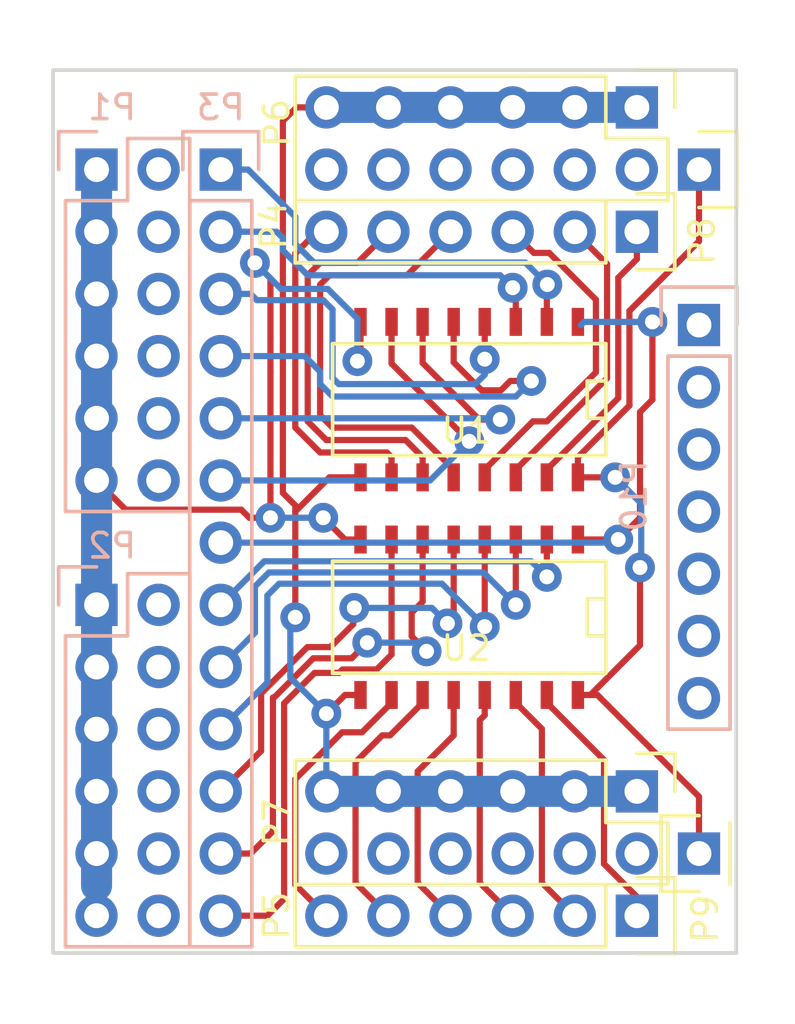
<source format=kicad_pcb>
(kicad_pcb (version 4) (host pcbnew 4.0.5)

  (general
    (links 55)
    (no_connects 15)
    (area 133.8438 89.514894 166.7382 131.512724)
    (thickness 1.6)
    (drawings 4)
    (tracks 269)
    (zones 0)
    (modules 12)
    (nets 60)
  )

  (page A4)
  (layers
    (0 F.Cu signal)
    (31 B.Cu signal)
    (32 B.Adhes user)
    (33 F.Adhes user)
    (34 B.Paste user)
    (35 F.Paste user)
    (36 B.SilkS user)
    (37 F.SilkS user)
    (38 B.Mask user)
    (39 F.Mask user)
    (40 Dwgs.User user)
    (41 Cmts.User user)
    (42 Eco1.User user)
    (43 Eco2.User user)
    (44 Edge.Cuts user)
    (45 Margin user)
    (46 B.CrtYd user)
    (47 F.CrtYd user)
    (48 B.Fab user)
    (49 F.Fab user)
  )

  (setup
    (last_trace_width 0.254)
    (trace_clearance 0.2032)
    (zone_clearance 0.508)
    (zone_45_only no)
    (trace_min 0.254)
    (segment_width 0.2)
    (edge_width 0.15)
    (via_size 1.2192)
    (via_drill 0.6096)
    (via_min_size 1.2192)
    (via_min_drill 0.3)
    (uvia_size 0.3)
    (uvia_drill 0.1)
    (uvias_allowed no)
    (uvia_min_size 0.2)
    (uvia_min_drill 0.1)
    (pcb_text_width 0.3)
    (pcb_text_size 1.5 1.5)
    (mod_edge_width 0.15)
    (mod_text_size 1 1)
    (mod_text_width 0.15)
    (pad_size 1.7272 1.7272)
    (pad_drill 1.016)
    (pad_to_mask_clearance 0.2)
    (aux_axis_origin 0 0)
    (visible_elements FFFFFF7F)
    (pcbplotparams
      (layerselection 0x00030_80000001)
      (usegerberextensions false)
      (excludeedgelayer true)
      (linewidth 0.100000)
      (plotframeref false)
      (viasonmask false)
      (mode 1)
      (useauxorigin false)
      (hpglpennumber 1)
      (hpglpenspeed 20)
      (hpglpendiameter 15)
      (hpglpenoverlay 2)
      (psnegative false)
      (psa4output false)
      (plotreference true)
      (plotvalue true)
      (plotinvisibletext false)
      (padsonsilk false)
      (subtractmaskfromsilk false)
      (outputformat 1)
      (mirror false)
      (drillshape 1)
      (scaleselection 1)
      (outputdirectory ""))
  )

  (net 0 "")
  (net 1 "Net-(P1-Pad2)")
  (net 2 "Net-(P1-Pad4)")
  (net 3 "Net-(P1-Pad6)")
  (net 4 +5VD)
  (net 5 "Net-(P2-Pad8)")
  (net 6 "Net-(P2-Pad6)")
  (net 7 "Net-(P2-Pad4)")
  (net 8 "Net-(P2-Pad2)")
  (net 9 "Net-(P2-Pad10)")
  (net 10 "Net-(P2-Pad12)")
  (net 11 GNDD)
  (net 12 "Net-(P4-Pad1)")
  (net 13 GNDA)
  (net 14 "Net-(P4-Pad3)")
  (net 15 "Net-(P4-Pad5)")
  (net 16 "Net-(P5-Pad1)")
  (net 17 "Net-(P5-Pad2)")
  (net 18 "Net-(P5-Pad3)")
  (net 19 "Net-(P5-Pad4)")
  (net 20 "Net-(P5-Pad5)")
  (net 21 "Net-(P5-Pad6)")
  (net 22 +5VA)
  (net 23 "Net-(P6-Pad2)")
  (net 24 "Net-(P6-Pad4)")
  (net 25 "Net-(P6-Pad6)")
  (net 26 "Net-(P10-Pad1)")
  (net 27 "Net-(P10-Pad2)")
  (net 28 "Net-(P10-Pad3)")
  (net 29 "Net-(P10-Pad4)")
  (net 30 "Net-(P10-Pad5)")
  (net 31 "Net-(P10-Pad6)")
  (net 32 "Net-(P4-Pad2)")
  (net 33 "Net-(P4-Pad4)")
  (net 34 "Net-(P4-Pad6)")
  (net 35 "Net-(P7-Pad2)")
  (net 36 "Net-(P7-Pad4)")
  (net 37 "Net-(P7-Pad6)")
  (net 38 "Net-(P7-Pad8)")
  (net 39 "Net-(P7-Pad10)")
  (net 40 "Net-(P7-Pad12)")
  (net 41 "Net-(P1-Pad8)")
  (net 42 "Net-(P1-Pad10)")
  (net 43 "Net-(P1-Pad12)")
  (net 44 "Net-(P3-Pad1)")
  (net 45 "Net-(P3-Pad2)")
  (net 46 "Net-(P3-Pad3)")
  (net 47 "Net-(P3-Pad4)")
  (net 48 "Net-(P3-Pad5)")
  (net 49 "Net-(P3-Pad6)")
  (net 50 "Net-(P3-Pad8)")
  (net 51 "Net-(P3-Pad9)")
  (net 52 "Net-(P3-Pad10)")
  (net 53 "Net-(P3-Pad11)")
  (net 54 "Net-(P3-Pad12)")
  (net 55 "Net-(P3-Pad13)")
  (net 56 "Net-(P6-Pad8)")
  (net 57 "Net-(P6-Pad10)")
  (net 58 "Net-(P6-Pad12)")
  (net 59 "Net-(P10-Pad7)")

  (net_class Default "This is the default net class."
    (clearance 0.2032)
    (trace_width 0.254)
    (via_dia 1.2192)
    (via_drill 0.6096)
    (uvia_dia 0.3)
    (uvia_drill 0.1)
    (add_net +5VA)
    (add_net +5VD)
    (add_net GNDA)
    (add_net GNDD)
    (add_net "Net-(P1-Pad10)")
    (add_net "Net-(P1-Pad12)")
    (add_net "Net-(P1-Pad2)")
    (add_net "Net-(P1-Pad4)")
    (add_net "Net-(P1-Pad6)")
    (add_net "Net-(P1-Pad8)")
    (add_net "Net-(P10-Pad1)")
    (add_net "Net-(P10-Pad2)")
    (add_net "Net-(P10-Pad3)")
    (add_net "Net-(P10-Pad4)")
    (add_net "Net-(P10-Pad5)")
    (add_net "Net-(P10-Pad6)")
    (add_net "Net-(P10-Pad7)")
    (add_net "Net-(P2-Pad10)")
    (add_net "Net-(P2-Pad12)")
    (add_net "Net-(P2-Pad2)")
    (add_net "Net-(P2-Pad4)")
    (add_net "Net-(P2-Pad6)")
    (add_net "Net-(P2-Pad8)")
    (add_net "Net-(P3-Pad1)")
    (add_net "Net-(P3-Pad10)")
    (add_net "Net-(P3-Pad11)")
    (add_net "Net-(P3-Pad12)")
    (add_net "Net-(P3-Pad13)")
    (add_net "Net-(P3-Pad2)")
    (add_net "Net-(P3-Pad3)")
    (add_net "Net-(P3-Pad4)")
    (add_net "Net-(P3-Pad5)")
    (add_net "Net-(P3-Pad6)")
    (add_net "Net-(P3-Pad8)")
    (add_net "Net-(P3-Pad9)")
    (add_net "Net-(P4-Pad1)")
    (add_net "Net-(P4-Pad2)")
    (add_net "Net-(P4-Pad3)")
    (add_net "Net-(P4-Pad4)")
    (add_net "Net-(P4-Pad5)")
    (add_net "Net-(P4-Pad6)")
    (add_net "Net-(P5-Pad1)")
    (add_net "Net-(P5-Pad2)")
    (add_net "Net-(P5-Pad3)")
    (add_net "Net-(P5-Pad4)")
    (add_net "Net-(P5-Pad5)")
    (add_net "Net-(P5-Pad6)")
    (add_net "Net-(P6-Pad10)")
    (add_net "Net-(P6-Pad12)")
    (add_net "Net-(P6-Pad2)")
    (add_net "Net-(P6-Pad4)")
    (add_net "Net-(P6-Pad6)")
    (add_net "Net-(P6-Pad8)")
    (add_net "Net-(P7-Pad10)")
    (add_net "Net-(P7-Pad12)")
    (add_net "Net-(P7-Pad2)")
    (add_net "Net-(P7-Pad4)")
    (add_net "Net-(P7-Pad6)")
    (add_net "Net-(P7-Pad8)")
  )

  (net_class Big ""
    (clearance 0.2032)
    (trace_width 1.27)
    (via_dia 1.2192)
    (via_drill 0.6096)
    (uvia_dia 0.3)
    (uvia_drill 0.1)
  )

  (module SMD_Packages:SO-16-N (layer F.Cu) (tedit 0) (tstamp 58BE061D)
    (at 153.162 105.918 180)
    (descr "Module CMS SOJ 16 pins large")
    (tags "CMS SOJ")
    (path /58BD70E7)
    (attr smd)
    (fp_text reference U1 (at 0.127 -1.27 180) (layer F.SilkS)
      (effects (font (size 1 1) (thickness 0.15)))
    )
    (fp_text value Si8660BA-B-IS1 (at 0 1.27 180) (layer F.Fab)
      (effects (font (size 1 1) (thickness 0.15)))
    )
    (fp_line (start -5.588 -0.762) (end -4.826 -0.762) (layer F.SilkS) (width 0.15))
    (fp_line (start -4.826 -0.762) (end -4.826 0.762) (layer F.SilkS) (width 0.15))
    (fp_line (start -4.826 0.762) (end -5.588 0.762) (layer F.SilkS) (width 0.15))
    (fp_line (start 5.588 -2.286) (end 5.588 2.286) (layer F.SilkS) (width 0.15))
    (fp_line (start 5.588 2.286) (end -5.588 2.286) (layer F.SilkS) (width 0.15))
    (fp_line (start -5.588 2.286) (end -5.588 -2.286) (layer F.SilkS) (width 0.15))
    (fp_line (start -5.588 -2.286) (end 5.588 -2.286) (layer F.SilkS) (width 0.15))
    (pad 16 smd rect (at -4.445 -3.175 180) (size 0.508 1.143) (layers F.Cu F.Paste F.Mask)
      (net 4 +5VD))
    (pad 14 smd rect (at -1.905 -3.175 180) (size 0.508 1.143) (layers F.Cu F.Paste F.Mask)
      (net 32 "Net-(P4-Pad2)"))
    (pad 13 smd rect (at -0.635 -3.175 180) (size 0.508 1.143) (layers F.Cu F.Paste F.Mask)
      (net 14 "Net-(P4-Pad3)"))
    (pad 12 smd rect (at 0.635 -3.175 180) (size 0.508 1.143) (layers F.Cu F.Paste F.Mask)
      (net 33 "Net-(P4-Pad4)"))
    (pad 11 smd rect (at 1.905 -3.175 180) (size 0.508 1.143) (layers F.Cu F.Paste F.Mask)
      (net 15 "Net-(P4-Pad5)"))
    (pad 10 smd rect (at 3.175 -3.175 180) (size 0.508 1.143) (layers F.Cu F.Paste F.Mask)
      (net 34 "Net-(P4-Pad6)"))
    (pad 9 smd rect (at 4.445 -3.175 180) (size 0.508 1.143) (layers F.Cu F.Paste F.Mask)
      (net 11 GNDD))
    (pad 8 smd rect (at 4.445 3.175 180) (size 0.508 1.143) (layers F.Cu F.Paste F.Mask)
      (net 13 GNDA))
    (pad 7 smd rect (at 3.175 3.175 180) (size 0.508 1.143) (layers F.Cu F.Paste F.Mask)
      (net 49 "Net-(P3-Pad6)"))
    (pad 6 smd rect (at 1.905 3.175 180) (size 0.508 1.143) (layers F.Cu F.Paste F.Mask)
      (net 48 "Net-(P3-Pad5)"))
    (pad 5 smd rect (at 0.635 3.175 180) (size 0.508 1.143) (layers F.Cu F.Paste F.Mask)
      (net 47 "Net-(P3-Pad4)"))
    (pad 4 smd rect (at -0.635 3.175 180) (size 0.508 1.143) (layers F.Cu F.Paste F.Mask)
      (net 46 "Net-(P3-Pad3)"))
    (pad 3 smd rect (at -1.905 3.175 180) (size 0.508 1.143) (layers F.Cu F.Paste F.Mask)
      (net 45 "Net-(P3-Pad2)"))
    (pad 2 smd rect (at -3.175 3.175 180) (size 0.508 1.143) (layers F.Cu F.Paste F.Mask)
      (net 44 "Net-(P3-Pad1)"))
    (pad 1 smd rect (at -4.445 3.175 180) (size 0.508 1.143) (layers F.Cu F.Paste F.Mask)
      (net 22 +5VA))
    (pad 15 smd rect (at -3.175 -3.175 180) (size 0.508 1.143) (layers F.Cu F.Paste F.Mask)
      (net 12 "Net-(P4-Pad1)"))
    (model SMD_Packages.3dshapes/SO-16-N.wrl
      (at (xyz 0 0 0))
      (scale (xyz 0.5 0.4 0.5))
      (rotate (xyz 0 0 0))
    )
  )

  (module SMD_Packages:SO-16-N (layer F.Cu) (tedit 0) (tstamp 58BE0638)
    (at 153.162 114.808 180)
    (descr "Module CMS SOJ 16 pins large")
    (tags "CMS SOJ")
    (path /58BD7124)
    (attr smd)
    (fp_text reference U2 (at 0.127 -1.27 180) (layer F.SilkS)
      (effects (font (size 1 1) (thickness 0.15)))
    )
    (fp_text value Si8660BA-B-IS1 (at 0 1.27 180) (layer F.Fab)
      (effects (font (size 1 1) (thickness 0.15)))
    )
    (fp_line (start -5.588 -0.762) (end -4.826 -0.762) (layer F.SilkS) (width 0.15))
    (fp_line (start -4.826 -0.762) (end -4.826 0.762) (layer F.SilkS) (width 0.15))
    (fp_line (start -4.826 0.762) (end -5.588 0.762) (layer F.SilkS) (width 0.15))
    (fp_line (start 5.588 -2.286) (end 5.588 2.286) (layer F.SilkS) (width 0.15))
    (fp_line (start 5.588 2.286) (end -5.588 2.286) (layer F.SilkS) (width 0.15))
    (fp_line (start -5.588 2.286) (end -5.588 -2.286) (layer F.SilkS) (width 0.15))
    (fp_line (start -5.588 -2.286) (end 5.588 -2.286) (layer F.SilkS) (width 0.15))
    (pad 16 smd rect (at -4.445 -3.175 180) (size 0.508 1.143) (layers F.Cu F.Paste F.Mask)
      (net 4 +5VD))
    (pad 14 smd rect (at -1.905 -3.175 180) (size 0.508 1.143) (layers F.Cu F.Paste F.Mask)
      (net 17 "Net-(P5-Pad2)"))
    (pad 13 smd rect (at -0.635 -3.175 180) (size 0.508 1.143) (layers F.Cu F.Paste F.Mask)
      (net 18 "Net-(P5-Pad3)"))
    (pad 12 smd rect (at 0.635 -3.175 180) (size 0.508 1.143) (layers F.Cu F.Paste F.Mask)
      (net 19 "Net-(P5-Pad4)"))
    (pad 11 smd rect (at 1.905 -3.175 180) (size 0.508 1.143) (layers F.Cu F.Paste F.Mask)
      (net 20 "Net-(P5-Pad5)"))
    (pad 10 smd rect (at 3.175 -3.175 180) (size 0.508 1.143) (layers F.Cu F.Paste F.Mask)
      (net 21 "Net-(P5-Pad6)"))
    (pad 9 smd rect (at 4.445 -3.175 180) (size 0.508 1.143) (layers F.Cu F.Paste F.Mask)
      (net 11 GNDD))
    (pad 8 smd rect (at 4.445 3.175 180) (size 0.508 1.143) (layers F.Cu F.Paste F.Mask)
      (net 13 GNDA))
    (pad 7 smd rect (at 3.175 3.175 180) (size 0.508 1.143) (layers F.Cu F.Paste F.Mask)
      (net 55 "Net-(P3-Pad13)"))
    (pad 6 smd rect (at 1.905 3.175 180) (size 0.508 1.143) (layers F.Cu F.Paste F.Mask)
      (net 54 "Net-(P3-Pad12)"))
    (pad 5 smd rect (at 0.635 3.175 180) (size 0.508 1.143) (layers F.Cu F.Paste F.Mask)
      (net 53 "Net-(P3-Pad11)"))
    (pad 4 smd rect (at -0.635 3.175 180) (size 0.508 1.143) (layers F.Cu F.Paste F.Mask)
      (net 52 "Net-(P3-Pad10)"))
    (pad 3 smd rect (at -1.905 3.175 180) (size 0.508 1.143) (layers F.Cu F.Paste F.Mask)
      (net 51 "Net-(P3-Pad9)"))
    (pad 2 smd rect (at -3.175 3.175 180) (size 0.508 1.143) (layers F.Cu F.Paste F.Mask)
      (net 50 "Net-(P3-Pad8)"))
    (pad 1 smd rect (at -4.445 3.175 180) (size 0.508 1.143) (layers F.Cu F.Paste F.Mask)
      (net 22 +5VA))
    (pad 15 smd rect (at -3.175 -3.175 180) (size 0.508 1.143) (layers F.Cu F.Paste F.Mask)
      (net 16 "Net-(P5-Pad1)"))
    (model SMD_Packages.3dshapes/SO-16-N.wrl
      (at (xyz 0 0 0))
      (scale (xyz 0.5 0.4 0.5))
      (rotate (xyz 0 0 0))
    )
  )

  (module Socket_Strips:Socket_Strip_Straight_2x06 (layer B.Cu) (tedit 58BE295F) (tstamp 58BE221B)
    (at 137.922 96.52 270)
    (descr "Through hole socket strip")
    (tags "socket strip")
    (path /58BD72FA)
    (fp_text reference P1 (at -2.54 -0.635 360) (layer B.SilkS)
      (effects (font (size 1 1) (thickness 0.15)) (justify mirror))
    )
    (fp_text value GND_IN_1 (at 0 3.1 270) (layer B.Fab)
      (effects (font (size 1 1) (thickness 0.15)) (justify mirror))
    )
    (fp_line (start -1.75 1.75) (end -1.75 -4.3) (layer B.CrtYd) (width 0.05))
    (fp_line (start 14.45 1.75) (end 14.45 -4.3) (layer B.CrtYd) (width 0.05))
    (fp_line (start -1.75 1.75) (end 14.45 1.75) (layer B.CrtYd) (width 0.05))
    (fp_line (start -1.75 -4.3) (end 14.45 -4.3) (layer B.CrtYd) (width 0.05))
    (fp_line (start 13.97 -3.81) (end -1.27 -3.81) (layer B.SilkS) (width 0.15))
    (fp_line (start 1.27 1.27) (end 13.97 1.27) (layer B.SilkS) (width 0.15))
    (fp_line (start 13.97 -3.81) (end 13.97 1.27) (layer B.SilkS) (width 0.15))
    (fp_line (start -1.27 -3.81) (end -1.27 -1.27) (layer B.SilkS) (width 0.15))
    (fp_line (start 0 1.55) (end -1.55 1.55) (layer B.SilkS) (width 0.15))
    (fp_line (start -1.27 -1.27) (end 1.27 -1.27) (layer B.SilkS) (width 0.15))
    (fp_line (start 1.27 -1.27) (end 1.27 1.27) (layer B.SilkS) (width 0.15))
    (fp_line (start -1.55 1.55) (end -1.55 0) (layer B.SilkS) (width 0.15))
    (pad 1 thru_hole rect (at 0 0 270) (size 1.7272 1.7272) (drill 1.016) (layers *.Cu *.Mask)
      (net 13 GNDA))
    (pad 2 thru_hole oval (at 0 -2.54 270) (size 1.7272 1.7272) (drill 1.016) (layers *.Cu *.Mask)
      (net 1 "Net-(P1-Pad2)"))
    (pad 3 thru_hole oval (at 2.54 0 270) (size 1.7272 1.7272) (drill 1.016) (layers *.Cu *.Mask)
      (net 13 GNDA))
    (pad 4 thru_hole oval (at 2.54 -2.54 270) (size 1.7272 1.7272) (drill 1.016) (layers *.Cu *.Mask)
      (net 2 "Net-(P1-Pad4)"))
    (pad 5 thru_hole oval (at 5.08 0 270) (size 1.7272 1.7272) (drill 1.016) (layers *.Cu *.Mask)
      (net 13 GNDA))
    (pad 6 thru_hole oval (at 5.08 -2.54 270) (size 1.7272 1.7272) (drill 1.016) (layers *.Cu *.Mask)
      (net 3 "Net-(P1-Pad6)"))
    (pad 7 thru_hole oval (at 7.62 0 270) (size 1.7272 1.7272) (drill 1.016) (layers *.Cu *.Mask)
      (net 13 GNDA))
    (pad 8 thru_hole oval (at 7.62 -2.54 270) (size 1.7272 1.7272) (drill 1.016) (layers *.Cu *.Mask)
      (net 41 "Net-(P1-Pad8)"))
    (pad 9 thru_hole oval (at 10.16 0 270) (size 1.7272 1.7272) (drill 1.016) (layers *.Cu *.Mask)
      (net 13 GNDA))
    (pad 10 thru_hole oval (at 10.16 -2.54 270) (size 1.7272 1.7272) (drill 1.016) (layers *.Cu *.Mask)
      (net 42 "Net-(P1-Pad10)"))
    (pad 11 thru_hole oval (at 12.7 0 270) (size 1.7272 1.7272) (drill 1.016) (layers *.Cu *.Mask)
      (net 13 GNDA))
    (pad 12 thru_hole oval (at 12.7 -2.54 270) (size 1.7272 1.7272) (drill 1.016) (layers *.Cu *.Mask)
      (net 43 "Net-(P1-Pad12)"))
    (model Socket_Strips.3dshapes/Socket_Strip_Straight_2x06.wrl
      (at (xyz 0.25 -0.05 0))
      (scale (xyz 1 1 1))
      (rotate (xyz 0 0 180))
    )
  )

  (module Socket_Strips:Socket_Strip_Straight_2x06 (layer B.Cu) (tedit 58BE2971) (tstamp 58BE2236)
    (at 137.922 114.3 270)
    (descr "Through hole socket strip")
    (tags "socket strip")
    (path /58BD71DC)
    (fp_text reference P2 (at -2.413 -0.635 360) (layer B.SilkS)
      (effects (font (size 1 1) (thickness 0.15)) (justify mirror))
    )
    (fp_text value GND_IN_2 (at 0 3.1 270) (layer B.Fab)
      (effects (font (size 1 1) (thickness 0.15)) (justify mirror))
    )
    (fp_line (start -1.75 1.75) (end -1.75 -4.3) (layer B.CrtYd) (width 0.05))
    (fp_line (start 14.45 1.75) (end 14.45 -4.3) (layer B.CrtYd) (width 0.05))
    (fp_line (start -1.75 1.75) (end 14.45 1.75) (layer B.CrtYd) (width 0.05))
    (fp_line (start -1.75 -4.3) (end 14.45 -4.3) (layer B.CrtYd) (width 0.05))
    (fp_line (start 13.97 -3.81) (end -1.27 -3.81) (layer B.SilkS) (width 0.15))
    (fp_line (start 1.27 1.27) (end 13.97 1.27) (layer B.SilkS) (width 0.15))
    (fp_line (start 13.97 -3.81) (end 13.97 1.27) (layer B.SilkS) (width 0.15))
    (fp_line (start -1.27 -3.81) (end -1.27 -1.27) (layer B.SilkS) (width 0.15))
    (fp_line (start 0 1.55) (end -1.55 1.55) (layer B.SilkS) (width 0.15))
    (fp_line (start -1.27 -1.27) (end 1.27 -1.27) (layer B.SilkS) (width 0.15))
    (fp_line (start 1.27 -1.27) (end 1.27 1.27) (layer B.SilkS) (width 0.15))
    (fp_line (start -1.55 1.55) (end -1.55 0) (layer B.SilkS) (width 0.15))
    (pad 1 thru_hole rect (at 0 0 270) (size 1.7272 1.7272) (drill 1.016) (layers *.Cu *.Mask)
      (net 13 GNDA))
    (pad 2 thru_hole oval (at 0 -2.54 270) (size 1.7272 1.7272) (drill 1.016) (layers *.Cu *.Mask)
      (net 8 "Net-(P2-Pad2)"))
    (pad 3 thru_hole oval (at 2.54 0 270) (size 1.7272 1.7272) (drill 1.016) (layers *.Cu *.Mask)
      (net 13 GNDA))
    (pad 4 thru_hole oval (at 2.54 -2.54 270) (size 1.7272 1.7272) (drill 1.016) (layers *.Cu *.Mask)
      (net 7 "Net-(P2-Pad4)"))
    (pad 5 thru_hole oval (at 5.08 0 270) (size 1.7272 1.7272) (drill 1.016) (layers *.Cu *.Mask)
      (net 13 GNDA))
    (pad 6 thru_hole oval (at 5.08 -2.54 270) (size 1.7272 1.7272) (drill 1.016) (layers *.Cu *.Mask)
      (net 6 "Net-(P2-Pad6)"))
    (pad 7 thru_hole oval (at 7.62 0 270) (size 1.7272 1.7272) (drill 1.016) (layers *.Cu *.Mask)
      (net 13 GNDA))
    (pad 8 thru_hole oval (at 7.62 -2.54 270) (size 1.7272 1.7272) (drill 1.016) (layers *.Cu *.Mask)
      (net 5 "Net-(P2-Pad8)"))
    (pad 9 thru_hole oval (at 10.16 0 270) (size 1.7272 1.7272) (drill 1.016) (layers *.Cu *.Mask)
      (net 13 GNDA))
    (pad 10 thru_hole oval (at 10.16 -2.54 270) (size 1.7272 1.7272) (drill 1.016) (layers *.Cu *.Mask)
      (net 9 "Net-(P2-Pad10)"))
    (pad 11 thru_hole oval (at 12.7 0 270) (size 1.7272 1.7272) (drill 1.016) (layers *.Cu *.Mask)
      (net 13 GNDA))
    (pad 12 thru_hole oval (at 12.7 -2.54 270) (size 1.7272 1.7272) (drill 1.016) (layers *.Cu *.Mask)
      (net 10 "Net-(P2-Pad12)"))
    (model Socket_Strips.3dshapes/Socket_Strip_Straight_2x06.wrl
      (at (xyz 0.25 -0.05 0))
      (scale (xyz 1 1 1))
      (rotate (xyz 0 0 180))
    )
  )

  (module Socket_Strips:Socket_Strip_Straight_1x13 (layer B.Cu) (tedit 58BE298E) (tstamp 58BE2251)
    (at 143.002 96.52 270)
    (descr "Through hole socket strip")
    (tags "socket strip")
    (path /58BD71B6)
    (fp_text reference P3 (at -2.54 0 360) (layer B.SilkS)
      (effects (font (size 1 1) (thickness 0.15)) (justify mirror))
    )
    (fp_text value "Pololu PWM + Power rail" (at 14.605 -2.667 270) (layer B.Fab)
      (effects (font (size 1 1) (thickness 0.15)) (justify mirror))
    )
    (fp_line (start -1.75 1.75) (end -1.75 -1.75) (layer B.CrtYd) (width 0.05))
    (fp_line (start 32.25 1.75) (end 32.25 -1.75) (layer B.CrtYd) (width 0.05))
    (fp_line (start -1.75 1.75) (end 32.25 1.75) (layer B.CrtYd) (width 0.05))
    (fp_line (start -1.75 -1.75) (end 32.25 -1.75) (layer B.CrtYd) (width 0.05))
    (fp_line (start 1.27 1.27) (end 31.75 1.27) (layer B.SilkS) (width 0.15))
    (fp_line (start 31.75 1.27) (end 31.75 -1.27) (layer B.SilkS) (width 0.15))
    (fp_line (start 31.75 -1.27) (end 1.27 -1.27) (layer B.SilkS) (width 0.15))
    (fp_line (start -1.55 -1.55) (end 0 -1.55) (layer B.SilkS) (width 0.15))
    (fp_line (start 1.27 -1.27) (end 1.27 1.27) (layer B.SilkS) (width 0.15))
    (fp_line (start 0 1.55) (end -1.55 1.55) (layer B.SilkS) (width 0.15))
    (fp_line (start -1.55 1.55) (end -1.55 -1.55) (layer B.SilkS) (width 0.15))
    (pad 1 thru_hole rect (at 0 0 270) (size 1.7272 1.7272) (drill 1.016) (layers *.Cu *.Mask)
      (net 44 "Net-(P3-Pad1)"))
    (pad 2 thru_hole oval (at 2.54 0 270) (size 1.7272 1.7272) (drill 1.016) (layers *.Cu *.Mask)
      (net 45 "Net-(P3-Pad2)"))
    (pad 3 thru_hole oval (at 5.08 0 270) (size 1.7272 1.7272) (drill 1.016) (layers *.Cu *.Mask)
      (net 46 "Net-(P3-Pad3)"))
    (pad 4 thru_hole oval (at 7.62 0 270) (size 1.7272 1.7272) (drill 1.016) (layers *.Cu *.Mask)
      (net 47 "Net-(P3-Pad4)"))
    (pad 5 thru_hole oval (at 10.16 0 270) (size 1.7272 1.7272) (drill 1.016) (layers *.Cu *.Mask)
      (net 48 "Net-(P3-Pad5)"))
    (pad 6 thru_hole oval (at 12.7 0 270) (size 1.7272 1.7272) (drill 1.016) (layers *.Cu *.Mask)
      (net 49 "Net-(P3-Pad6)"))
    (pad 7 thru_hole oval (at 15.24 0 270) (size 1.7272 1.7272) (drill 1.016) (layers *.Cu *.Mask)
      (net 22 +5VA))
    (pad 8 thru_hole oval (at 17.78 0 270) (size 1.7272 1.7272) (drill 1.016) (layers *.Cu *.Mask)
      (net 50 "Net-(P3-Pad8)"))
    (pad 9 thru_hole oval (at 20.32 0 270) (size 1.7272 1.7272) (drill 1.016) (layers *.Cu *.Mask)
      (net 51 "Net-(P3-Pad9)"))
    (pad 10 thru_hole oval (at 22.86 0 270) (size 1.7272 1.7272) (drill 1.016) (layers *.Cu *.Mask)
      (net 52 "Net-(P3-Pad10)"))
    (pad 11 thru_hole oval (at 25.4 0 270) (size 1.7272 1.7272) (drill 1.016) (layers *.Cu *.Mask)
      (net 53 "Net-(P3-Pad11)"))
    (pad 12 thru_hole oval (at 27.94 0 270) (size 1.7272 1.7272) (drill 1.016) (layers *.Cu *.Mask)
      (net 54 "Net-(P3-Pad12)"))
    (pad 13 thru_hole oval (at 30.48 0 270) (size 1.7272 1.7272) (drill 1.016) (layers *.Cu *.Mask)
      (net 55 "Net-(P3-Pad13)"))
    (model Socket_Strips.3dshapes/Socket_Strip_Straight_1x13.wrl
      (at (xyz 0.6 0 0))
      (scale (xyz 1 1 1))
      (rotate (xyz 0 0 180))
    )
  )

  (module Pin_Headers:Pin_Header_Straight_1x06 (layer F.Cu) (tedit 58BE29E1) (tstamp 58BE226C)
    (at 160.02 99.06 270)
    (descr "Through hole pin header")
    (tags "pin header")
    (path /58BD73C1)
    (fp_text reference P4 (at -0.254 14.859 270) (layer F.SilkS)
      (effects (font (size 1 1) (thickness 0.15)))
    )
    (fp_text value PWM_OUT_1 (at 0 -3.1 270) (layer F.Fab)
      (effects (font (size 1 1) (thickness 0.15)))
    )
    (fp_line (start -1.75 -1.75) (end -1.75 14.45) (layer F.CrtYd) (width 0.05))
    (fp_line (start 1.75 -1.75) (end 1.75 14.45) (layer F.CrtYd) (width 0.05))
    (fp_line (start -1.75 -1.75) (end 1.75 -1.75) (layer F.CrtYd) (width 0.05))
    (fp_line (start -1.75 14.45) (end 1.75 14.45) (layer F.CrtYd) (width 0.05))
    (fp_line (start 1.27 1.27) (end 1.27 13.97) (layer F.SilkS) (width 0.15))
    (fp_line (start 1.27 13.97) (end -1.27 13.97) (layer F.SilkS) (width 0.15))
    (fp_line (start -1.27 13.97) (end -1.27 1.27) (layer F.SilkS) (width 0.15))
    (fp_line (start 1.55 -1.55) (end 1.55 0) (layer F.SilkS) (width 0.15))
    (fp_line (start 1.27 1.27) (end -1.27 1.27) (layer F.SilkS) (width 0.15))
    (fp_line (start -1.55 0) (end -1.55 -1.55) (layer F.SilkS) (width 0.15))
    (fp_line (start -1.55 -1.55) (end 1.55 -1.55) (layer F.SilkS) (width 0.15))
    (pad 1 thru_hole rect (at 0 0 270) (size 1.7272 1.7272) (drill 1.016) (layers *.Cu *.Mask)
      (net 12 "Net-(P4-Pad1)"))
    (pad 2 thru_hole oval (at 0 2.54 270) (size 1.7272 1.7272) (drill 1.016) (layers *.Cu *.Mask)
      (net 32 "Net-(P4-Pad2)"))
    (pad 3 thru_hole oval (at 0 5.08 270) (size 1.7272 1.7272) (drill 1.016) (layers *.Cu *.Mask)
      (net 14 "Net-(P4-Pad3)"))
    (pad 4 thru_hole oval (at 0 7.62 270) (size 1.7272 1.7272) (drill 1.016) (layers *.Cu *.Mask)
      (net 33 "Net-(P4-Pad4)"))
    (pad 5 thru_hole oval (at 0 10.16 270) (size 1.7272 1.7272) (drill 1.016) (layers *.Cu *.Mask)
      (net 15 "Net-(P4-Pad5)"))
    (pad 6 thru_hole oval (at 0 12.7 270) (size 1.7272 1.7272) (drill 1.016) (layers *.Cu *.Mask)
      (net 34 "Net-(P4-Pad6)"))
    (model Pin_Headers.3dshapes/Pin_Header_Straight_1x06.wrl
      (at (xyz 0 -0.25 0))
      (scale (xyz 1 1 1))
      (rotate (xyz 0 0 90))
    )
  )

  (module Pin_Headers:Pin_Header_Straight_1x06 (layer F.Cu) (tedit 58BE29B3) (tstamp 58BE2280)
    (at 160.02 127 270)
    (descr "Through hole pin header")
    (tags "pin header")
    (path /58BD7462)
    (fp_text reference P5 (at 0 14.732 270) (layer F.SilkS)
      (effects (font (size 1 1) (thickness 0.15)))
    )
    (fp_text value PWM_OUT_2 (at 0 -3.1 270) (layer F.Fab)
      (effects (font (size 1 1) (thickness 0.15)))
    )
    (fp_line (start -1.75 -1.75) (end -1.75 14.45) (layer F.CrtYd) (width 0.05))
    (fp_line (start 1.75 -1.75) (end 1.75 14.45) (layer F.CrtYd) (width 0.05))
    (fp_line (start -1.75 -1.75) (end 1.75 -1.75) (layer F.CrtYd) (width 0.05))
    (fp_line (start -1.75 14.45) (end 1.75 14.45) (layer F.CrtYd) (width 0.05))
    (fp_line (start 1.27 1.27) (end 1.27 13.97) (layer F.SilkS) (width 0.15))
    (fp_line (start 1.27 13.97) (end -1.27 13.97) (layer F.SilkS) (width 0.15))
    (fp_line (start -1.27 13.97) (end -1.27 1.27) (layer F.SilkS) (width 0.15))
    (fp_line (start 1.55 -1.55) (end 1.55 0) (layer F.SilkS) (width 0.15))
    (fp_line (start 1.27 1.27) (end -1.27 1.27) (layer F.SilkS) (width 0.15))
    (fp_line (start -1.55 0) (end -1.55 -1.55) (layer F.SilkS) (width 0.15))
    (fp_line (start -1.55 -1.55) (end 1.55 -1.55) (layer F.SilkS) (width 0.15))
    (pad 1 thru_hole rect (at 0 0 270) (size 1.7272 1.7272) (drill 1.016) (layers *.Cu *.Mask)
      (net 16 "Net-(P5-Pad1)"))
    (pad 2 thru_hole oval (at 0 2.54 270) (size 1.7272 1.7272) (drill 1.016) (layers *.Cu *.Mask)
      (net 17 "Net-(P5-Pad2)"))
    (pad 3 thru_hole oval (at 0 5.08 270) (size 1.7272 1.7272) (drill 1.016) (layers *.Cu *.Mask)
      (net 18 "Net-(P5-Pad3)"))
    (pad 4 thru_hole oval (at 0 7.62 270) (size 1.7272 1.7272) (drill 1.016) (layers *.Cu *.Mask)
      (net 19 "Net-(P5-Pad4)"))
    (pad 5 thru_hole oval (at 0 10.16 270) (size 1.7272 1.7272) (drill 1.016) (layers *.Cu *.Mask)
      (net 20 "Net-(P5-Pad5)"))
    (pad 6 thru_hole oval (at 0 12.7 270) (size 1.7272 1.7272) (drill 1.016) (layers *.Cu *.Mask)
      (net 21 "Net-(P5-Pad6)"))
    (model Pin_Headers.3dshapes/Pin_Header_Straight_1x06.wrl
      (at (xyz 0 -0.25 0))
      (scale (xyz 1 1 1))
      (rotate (xyz 0 0 90))
    )
  )

  (module Pin_Headers:Pin_Header_Straight_2x06 (layer F.Cu) (tedit 58BE29D7) (tstamp 58BE2294)
    (at 160.02 93.98 270)
    (descr "Through hole pin header")
    (tags "pin header")
    (path /58BD7333)
    (fp_text reference P6 (at 0.635 14.732 270) (layer F.SilkS)
      (effects (font (size 1 1) (thickness 0.15)))
    )
    (fp_text value Motor_Pwr1 (at 0 -3.1 270) (layer F.Fab)
      (effects (font (size 1 1) (thickness 0.15)))
    )
    (fp_line (start -1.75 -1.75) (end -1.75 14.45) (layer F.CrtYd) (width 0.05))
    (fp_line (start 4.3 -1.75) (end 4.3 14.45) (layer F.CrtYd) (width 0.05))
    (fp_line (start -1.75 -1.75) (end 4.3 -1.75) (layer F.CrtYd) (width 0.05))
    (fp_line (start -1.75 14.45) (end 4.3 14.45) (layer F.CrtYd) (width 0.05))
    (fp_line (start 3.81 13.97) (end 3.81 -1.27) (layer F.SilkS) (width 0.15))
    (fp_line (start -1.27 1.27) (end -1.27 13.97) (layer F.SilkS) (width 0.15))
    (fp_line (start 3.81 13.97) (end -1.27 13.97) (layer F.SilkS) (width 0.15))
    (fp_line (start 3.81 -1.27) (end 1.27 -1.27) (layer F.SilkS) (width 0.15))
    (fp_line (start 0 -1.55) (end -1.55 -1.55) (layer F.SilkS) (width 0.15))
    (fp_line (start 1.27 -1.27) (end 1.27 1.27) (layer F.SilkS) (width 0.15))
    (fp_line (start 1.27 1.27) (end -1.27 1.27) (layer F.SilkS) (width 0.15))
    (fp_line (start -1.55 -1.55) (end -1.55 0) (layer F.SilkS) (width 0.15))
    (pad 1 thru_hole rect (at 0 0 270) (size 1.7272 1.7272) (drill 1.016) (layers *.Cu *.Mask)
      (net 11 GNDD))
    (pad 2 thru_hole oval (at 2.54 0 270) (size 1.7272 1.7272) (drill 1.016) (layers *.Cu *.Mask)
      (net 23 "Net-(P6-Pad2)"))
    (pad 3 thru_hole oval (at 0 2.54 270) (size 1.7272 1.7272) (drill 1.016) (layers *.Cu *.Mask)
      (net 11 GNDD))
    (pad 4 thru_hole oval (at 2.54 2.54 270) (size 1.7272 1.7272) (drill 1.016) (layers *.Cu *.Mask)
      (net 24 "Net-(P6-Pad4)"))
    (pad 5 thru_hole oval (at 0 5.08 270) (size 1.7272 1.7272) (drill 1.016) (layers *.Cu *.Mask)
      (net 11 GNDD))
    (pad 6 thru_hole oval (at 2.54 5.08 270) (size 1.7272 1.7272) (drill 1.016) (layers *.Cu *.Mask)
      (net 25 "Net-(P6-Pad6)"))
    (pad 7 thru_hole oval (at 0 7.62 270) (size 1.7272 1.7272) (drill 1.016) (layers *.Cu *.Mask)
      (net 11 GNDD))
    (pad 8 thru_hole oval (at 2.54 7.62 270) (size 1.7272 1.7272) (drill 1.016) (layers *.Cu *.Mask)
      (net 56 "Net-(P6-Pad8)"))
    (pad 9 thru_hole oval (at 0 10.16 270) (size 1.7272 1.7272) (drill 1.016) (layers *.Cu *.Mask)
      (net 11 GNDD))
    (pad 10 thru_hole oval (at 2.54 10.16 270) (size 1.7272 1.7272) (drill 1.016) (layers *.Cu *.Mask)
      (net 57 "Net-(P6-Pad10)"))
    (pad 11 thru_hole oval (at 0 12.7 270) (size 1.7272 1.7272) (drill 1.016) (layers *.Cu *.Mask)
      (net 11 GNDD))
    (pad 12 thru_hole oval (at 2.54 12.7 270) (size 1.7272 1.7272) (drill 1.016) (layers *.Cu *.Mask)
      (net 58 "Net-(P6-Pad12)"))
    (model Pin_Headers.3dshapes/Pin_Header_Straight_2x06.wrl
      (at (xyz 0.05 -0.25 0))
      (scale (xyz 1 1 1))
      (rotate (xyz 0 0 90))
    )
  )

  (module Pin_Headers:Pin_Header_Straight_2x06 (layer F.Cu) (tedit 58BE29BE) (tstamp 58BE22AF)
    (at 160.02 121.92 270)
    (descr "Through hole pin header")
    (tags "pin header")
    (path /58BD7515)
    (fp_text reference P7 (at 1.27 14.732 270) (layer F.SilkS)
      (effects (font (size 1 1) (thickness 0.15)))
    )
    (fp_text value Motor_Pwr2 (at 0 -3.1 270) (layer F.Fab)
      (effects (font (size 1 1) (thickness 0.15)))
    )
    (fp_line (start -1.75 -1.75) (end -1.75 14.45) (layer F.CrtYd) (width 0.05))
    (fp_line (start 4.3 -1.75) (end 4.3 14.45) (layer F.CrtYd) (width 0.05))
    (fp_line (start -1.75 -1.75) (end 4.3 -1.75) (layer F.CrtYd) (width 0.05))
    (fp_line (start -1.75 14.45) (end 4.3 14.45) (layer F.CrtYd) (width 0.05))
    (fp_line (start 3.81 13.97) (end 3.81 -1.27) (layer F.SilkS) (width 0.15))
    (fp_line (start -1.27 1.27) (end -1.27 13.97) (layer F.SilkS) (width 0.15))
    (fp_line (start 3.81 13.97) (end -1.27 13.97) (layer F.SilkS) (width 0.15))
    (fp_line (start 3.81 -1.27) (end 1.27 -1.27) (layer F.SilkS) (width 0.15))
    (fp_line (start 0 -1.55) (end -1.55 -1.55) (layer F.SilkS) (width 0.15))
    (fp_line (start 1.27 -1.27) (end 1.27 1.27) (layer F.SilkS) (width 0.15))
    (fp_line (start 1.27 1.27) (end -1.27 1.27) (layer F.SilkS) (width 0.15))
    (fp_line (start -1.55 -1.55) (end -1.55 0) (layer F.SilkS) (width 0.15))
    (pad 1 thru_hole rect (at 0 0 270) (size 1.7272 1.7272) (drill 1.016) (layers *.Cu *.Mask)
      (net 11 GNDD))
    (pad 2 thru_hole oval (at 2.54 0 270) (size 1.7272 1.7272) (drill 1.016) (layers *.Cu *.Mask)
      (net 35 "Net-(P7-Pad2)"))
    (pad 3 thru_hole oval (at 0 2.54 270) (size 1.7272 1.7272) (drill 1.016) (layers *.Cu *.Mask)
      (net 11 GNDD))
    (pad 4 thru_hole oval (at 2.54 2.54 270) (size 1.7272 1.7272) (drill 1.016) (layers *.Cu *.Mask)
      (net 36 "Net-(P7-Pad4)"))
    (pad 5 thru_hole oval (at 0 5.08 270) (size 1.7272 1.7272) (drill 1.016) (layers *.Cu *.Mask)
      (net 11 GNDD))
    (pad 6 thru_hole oval (at 2.54 5.08 270) (size 1.7272 1.7272) (drill 1.016) (layers *.Cu *.Mask)
      (net 37 "Net-(P7-Pad6)"))
    (pad 7 thru_hole oval (at 0 7.62 270) (size 1.7272 1.7272) (drill 1.016) (layers *.Cu *.Mask)
      (net 11 GNDD))
    (pad 8 thru_hole oval (at 2.54 7.62 270) (size 1.7272 1.7272) (drill 1.016) (layers *.Cu *.Mask)
      (net 38 "Net-(P7-Pad8)"))
    (pad 9 thru_hole oval (at 0 10.16 270) (size 1.7272 1.7272) (drill 1.016) (layers *.Cu *.Mask)
      (net 11 GNDD))
    (pad 10 thru_hole oval (at 2.54 10.16 270) (size 1.7272 1.7272) (drill 1.016) (layers *.Cu *.Mask)
      (net 39 "Net-(P7-Pad10)"))
    (pad 11 thru_hole oval (at 0 12.7 270) (size 1.7272 1.7272) (drill 1.016) (layers *.Cu *.Mask)
      (net 11 GNDD))
    (pad 12 thru_hole oval (at 2.54 12.7 270) (size 1.7272 1.7272) (drill 1.016) (layers *.Cu *.Mask)
      (net 40 "Net-(P7-Pad12)"))
    (model Pin_Headers.3dshapes/Pin_Header_Straight_2x06.wrl
      (at (xyz 0.05 -0.25 0))
      (scale (xyz 1 1 1))
      (rotate (xyz 0 0 90))
    )
  )

  (module Pin_Headers:Pin_Header_Straight_1x01 (layer F.Cu) (tedit 58BE29EA) (tstamp 58BE2577)
    (at 162.56 96.52 270)
    (descr "Through hole pin header")
    (tags "pin header")
    (path /58BE358F)
    (fp_text reference P8 (at 2.921 -0.127 270) (layer F.SilkS)
      (effects (font (size 1 1) (thickness 0.15)))
    )
    (fp_text value "Motor PWR" (at 0 -3.1 270) (layer F.Fab)
      (effects (font (size 1 1) (thickness 0.15)))
    )
    (fp_line (start 1.55 -1.55) (end 1.55 0) (layer F.SilkS) (width 0.15))
    (fp_line (start -1.75 -1.75) (end -1.75 1.75) (layer F.CrtYd) (width 0.05))
    (fp_line (start 1.75 -1.75) (end 1.75 1.75) (layer F.CrtYd) (width 0.05))
    (fp_line (start -1.75 -1.75) (end 1.75 -1.75) (layer F.CrtYd) (width 0.05))
    (fp_line (start -1.75 1.75) (end 1.75 1.75) (layer F.CrtYd) (width 0.05))
    (fp_line (start -1.55 0) (end -1.55 -1.55) (layer F.SilkS) (width 0.15))
    (fp_line (start -1.55 -1.55) (end 1.55 -1.55) (layer F.SilkS) (width 0.15))
    (fp_line (start -1.27 1.27) (end 1.27 1.27) (layer F.SilkS) (width 0.15))
    (pad 1 thru_hole rect (at 0 0 270) (size 1.7272 1.7272) (drill 1.016) (layers *.Cu *.Mask)
      (net 4 +5VD))
    (model Pin_Headers.3dshapes/Pin_Header_Straight_1x01.wrl
      (at (xyz 0 0 0))
      (scale (xyz 1 1 1))
      (rotate (xyz 0 0 90))
    )
  )

  (module Socket_Strips:Socket_Strip_Straight_1x07 (layer B.Cu) (tedit 58BE29F3) (tstamp 58BE296A)
    (at 162.56 102.87 270)
    (descr "Through hole socket strip")
    (tags "socket strip")
    (path /58BD7246)
    (fp_text reference P10 (at 6.985 2.667 270) (layer B.SilkS)
      (effects (font (size 1 1) (thickness 0.15)) (justify mirror))
    )
    (fp_text value NC (at 0 3.1 270) (layer B.Fab)
      (effects (font (size 1 1) (thickness 0.15)) (justify mirror))
    )
    (fp_line (start -1.75 1.75) (end -1.75 -1.75) (layer B.CrtYd) (width 0.05))
    (fp_line (start 17 1.75) (end 17 -1.75) (layer B.CrtYd) (width 0.05))
    (fp_line (start -1.75 1.75) (end 17 1.75) (layer B.CrtYd) (width 0.05))
    (fp_line (start -1.75 -1.75) (end 17 -1.75) (layer B.CrtYd) (width 0.05))
    (fp_line (start 1.27 -1.27) (end 16.51 -1.27) (layer B.SilkS) (width 0.15))
    (fp_line (start 16.51 -1.27) (end 16.51 1.27) (layer B.SilkS) (width 0.15))
    (fp_line (start 16.51 1.27) (end 1.27 1.27) (layer B.SilkS) (width 0.15))
    (fp_line (start -1.55 -1.55) (end 0 -1.55) (layer B.SilkS) (width 0.15))
    (fp_line (start 1.27 -1.27) (end 1.27 1.27) (layer B.SilkS) (width 0.15))
    (fp_line (start 0 1.55) (end -1.55 1.55) (layer B.SilkS) (width 0.15))
    (fp_line (start -1.55 1.55) (end -1.55 -1.55) (layer B.SilkS) (width 0.15))
    (pad 1 thru_hole rect (at 0 0 270) (size 1.7272 1.7272) (drill 1.016) (layers *.Cu *.Mask)
      (net 26 "Net-(P10-Pad1)"))
    (pad 2 thru_hole oval (at 2.54 0 270) (size 1.7272 1.7272) (drill 1.016) (layers *.Cu *.Mask)
      (net 27 "Net-(P10-Pad2)"))
    (pad 3 thru_hole oval (at 5.08 0 270) (size 1.7272 1.7272) (drill 1.016) (layers *.Cu *.Mask)
      (net 28 "Net-(P10-Pad3)"))
    (pad 4 thru_hole oval (at 7.62 0 270) (size 1.7272 1.7272) (drill 1.016) (layers *.Cu *.Mask)
      (net 29 "Net-(P10-Pad4)"))
    (pad 5 thru_hole oval (at 10.16 0 270) (size 1.7272 1.7272) (drill 1.016) (layers *.Cu *.Mask)
      (net 30 "Net-(P10-Pad5)"))
    (pad 6 thru_hole oval (at 12.7 0 270) (size 1.7272 1.7272) (drill 1.016) (layers *.Cu *.Mask)
      (net 31 "Net-(P10-Pad6)"))
    (pad 7 thru_hole oval (at 15.24 0 270) (size 1.7272 1.7272) (drill 1.016) (layers *.Cu *.Mask)
      (net 59 "Net-(P10-Pad7)"))
    (model Socket_Strips.3dshapes/Socket_Strip_Straight_1x07.wrl
      (at (xyz 0.3 0 0))
      (scale (xyz 1 1 1))
      (rotate (xyz 0 0 180))
    )
  )

  (module Pin_Headers:Pin_Header_Straight_1x01 (layer F.Cu) (tedit 58BE29CD) (tstamp 58BE2977)
    (at 162.56 124.46 90)
    (descr "Through hole pin header")
    (tags "pin header")
    (path /58BE3AA2)
    (fp_text reference P9 (at -2.667 0.254 90) (layer F.SilkS)
      (effects (font (size 1 1) (thickness 0.15)))
    )
    (fp_text value "Motor PWR" (at 0 -3.1 90) (layer F.Fab)
      (effects (font (size 1 1) (thickness 0.15)))
    )
    (fp_line (start 1.55 -1.55) (end 1.55 0) (layer F.SilkS) (width 0.15))
    (fp_line (start -1.75 -1.75) (end -1.75 1.75) (layer F.CrtYd) (width 0.05))
    (fp_line (start 1.75 -1.75) (end 1.75 1.75) (layer F.CrtYd) (width 0.05))
    (fp_line (start -1.75 -1.75) (end 1.75 -1.75) (layer F.CrtYd) (width 0.05))
    (fp_line (start -1.75 1.75) (end 1.75 1.75) (layer F.CrtYd) (width 0.05))
    (fp_line (start -1.55 0) (end -1.55 -1.55) (layer F.SilkS) (width 0.15))
    (fp_line (start -1.55 -1.55) (end 1.55 -1.55) (layer F.SilkS) (width 0.15))
    (fp_line (start -1.27 1.27) (end 1.27 1.27) (layer F.SilkS) (width 0.15))
    (pad 1 thru_hole rect (at 0 0 90) (size 1.7272 1.7272) (drill 1.016) (layers *.Cu *.Mask)
      (net 4 +5VD))
    (model Pin_Headers.3dshapes/Pin_Header_Straight_1x01.wrl
      (at (xyz 0 0 0))
      (scale (xyz 1 1 1))
      (rotate (xyz 0 0 90))
    )
  )

  (gr_line (start 164.084 92.456) (end 136.144 92.456) (angle 90) (layer Edge.Cuts) (width 0.15))
  (gr_line (start 164.084 128.524) (end 164.084 92.456) (angle 90) (layer Edge.Cuts) (width 0.15))
  (gr_line (start 136.144 128.524) (end 164.084 128.524) (angle 90) (layer Edge.Cuts) (width 0.15))
  (gr_line (start 136.144 92.456) (end 136.144 128.524) (angle 90) (layer Edge.Cuts) (width 0.15))

  (segment (start 159.715198 106.159302) (end 157.607 108.2675) (width 0.254) (layer F.Cu) (net 4))
  (segment (start 157.607 108.2675) (end 157.607 109.093) (width 0.254) (layer F.Cu) (net 4))
  (segment (start 162.56 96.52) (end 162.56 99.447092) (width 0.254) (layer F.Cu) (net 4))
  (segment (start 159.715198 102.291894) (end 159.715198 106.159302) (width 0.254) (layer F.Cu) (net 4))
  (segment (start 162.56 99.447092) (end 159.715198 102.291894) (width 0.254) (layer F.Cu) (net 4))
  (segment (start 162.56 124.46) (end 162.56 122.138438) (width 0.254) (layer F.Cu) (net 4))
  (segment (start 162.56 122.138438) (end 158.404562 117.983) (width 0.254) (layer F.Cu) (net 4))
  (segment (start 158.404562 117.983) (end 158.115 117.983) (width 0.254) (layer F.Cu) (net 4))
  (segment (start 158.115 117.983) (end 157.607 117.983) (width 0.254) (layer F.Cu) (net 4))
  (segment (start 160.147 112.776) (end 160.147 115.951) (width 0.254) (layer F.Cu) (net 4))
  (segment (start 160.147 115.951) (end 158.115 117.983) (width 0.254) (layer F.Cu) (net 4))
  (segment (start 159.131 109.093) (end 160.197801 110.159801) (width 0.254) (layer B.Cu) (net 4))
  (segment (start 160.197801 110.159801) (end 160.197801 112.725199) (width 0.254) (layer B.Cu) (net 4))
  (segment (start 160.197801 112.725199) (end 160.147 112.776) (width 0.254) (layer B.Cu) (net 4))
  (via (at 160.147 112.776) (size 1.2192) (drill 0.6096) (layers F.Cu B.Cu) (net 4))
  (segment (start 157.607 109.093) (end 159.131 109.093) (width 0.254) (layer F.Cu) (net 4))
  (via (at 159.131 109.093) (size 1.2192) (drill 0.6096) (layers F.Cu B.Cu) (net 4))
  (segment (start 146.05 110.49) (end 146.05 110.236) (width 0.254) (layer F.Cu) (net 11))
  (segment (start 146.05 110.236) (end 145.542 109.728) (width 0.254) (layer F.Cu) (net 11))
  (segment (start 145.542 109.728) (end 145.542 94.536686) (width 0.254) (layer F.Cu) (net 11))
  (segment (start 145.542 94.536686) (end 146.098686 93.98) (width 0.254) (layer F.Cu) (net 11))
  (segment (start 146.098686 93.98) (end 147.32 93.98) (width 0.254) (layer F.Cu) (net 11))
  (segment (start 146.05 114.808) (end 146.05 110.49) (width 0.254) (layer F.Cu) (net 11))
  (segment (start 147.447 109.093) (end 148.209 109.093) (width 0.254) (layer F.Cu) (net 11))
  (segment (start 148.209 109.093) (end 148.717 109.093) (width 0.254) (layer F.Cu) (net 11))
  (segment (start 146.05 110.49) (end 147.447 109.093) (width 0.254) (layer F.Cu) (net 11))
  (segment (start 145.8468 117.2718) (end 145.8468 115.0112) (width 0.254) (layer B.Cu) (net 11))
  (segment (start 145.8468 115.0112) (end 146.05 114.808) (width 0.254) (layer B.Cu) (net 11))
  (via (at 146.05 114.808) (size 1.2192) (drill 0.6096) (layers F.Cu B.Cu) (net 11))
  (segment (start 145.8468 117.2718) (end 147.32 118.745) (width 0.254) (layer B.Cu) (net 11))
  (segment (start 148.717 117.983) (end 148.082 117.983) (width 0.254) (layer F.Cu) (net 11))
  (segment (start 148.082 117.983) (end 147.32 118.745) (width 0.254) (layer F.Cu) (net 11))
  (via (at 147.32 118.745) (size 1.2192) (drill 0.6096) (layers F.Cu B.Cu) (net 11))
  (segment (start 147.32 121.92) (end 147.32 118.745) (width 0.254) (layer B.Cu) (net 11))
  (segment (start 147.32 93.98) (end 160.02 93.98) (width 1.27) (layer B.Cu) (net 11))
  (segment (start 147.32 121.92) (end 149.86 121.92) (width 1.27) (layer B.Cu) (net 11))
  (segment (start 157.48 121.92) (end 158.701314 121.92) (width 1.27) (layer B.Cu) (net 11))
  (segment (start 158.701314 121.92) (end 160.02 121.92) (width 1.27) (layer B.Cu) (net 11))
  (segment (start 154.94 121.92) (end 156.161314 121.92) (width 1.27) (layer B.Cu) (net 11))
  (segment (start 156.161314 121.92) (end 157.48 121.92) (width 1.27) (layer B.Cu) (net 11))
  (segment (start 152.4 121.92) (end 153.621314 121.92) (width 1.27) (layer B.Cu) (net 11))
  (segment (start 153.621314 121.92) (end 154.94 121.92) (width 1.27) (layer B.Cu) (net 11))
  (segment (start 149.86 121.92) (end 152.4 121.92) (width 1.27) (layer B.Cu) (net 11))
  (segment (start 156.337 109.093) (end 156.337 108.7755) (width 0.254) (layer F.Cu) (net 12))
  (segment (start 159.257987 100.939613) (end 160.02 100.1776) (width 0.254) (layer F.Cu) (net 12))
  (segment (start 160.02 100.1776) (end 160.02 99.06) (width 0.254) (layer F.Cu) (net 12))
  (segment (start 156.337 108.7755) (end 159.257987 105.854513) (width 0.254) (layer F.Cu) (net 12))
  (segment (start 159.257987 105.854513) (end 159.257987 100.939613) (width 0.254) (layer F.Cu) (net 12))
  (segment (start 147.382382 101.396789) (end 148.59 102.604407) (width 0.254) (layer B.Cu) (net 13))
  (segment (start 148.717 104.21619) (end 148.59 104.34319) (width 0.254) (layer F.Cu) (net 13))
  (segment (start 148.59 103.481086) (end 148.59 104.34319) (width 0.254) (layer B.Cu) (net 13))
  (segment (start 148.59 102.604407) (end 148.59 103.481086) (width 0.254) (layer B.Cu) (net 13))
  (segment (start 145.465789 101.396789) (end 147.382382 101.396789) (width 0.254) (layer B.Cu) (net 13))
  (segment (start 144.399 100.33) (end 145.465789 101.396789) (width 0.254) (layer B.Cu) (net 13))
  (via (at 148.59 104.34319) (size 1.2192) (drill 0.6096) (layers F.Cu B.Cu) (net 13))
  (segment (start 148.717 102.743) (end 148.717 104.21619) (width 0.254) (layer F.Cu) (net 13))
  (segment (start 145.034 103.378) (end 145.034 100.965) (width 0.254) (layer F.Cu) (net 13))
  (segment (start 145.034 100.965) (end 144.399 100.33) (width 0.254) (layer F.Cu) (net 13))
  (via (at 144.399 100.33) (size 1.2192) (drill 0.6096) (layers F.Cu B.Cu) (net 13))
  (segment (start 145.034 104.775) (end 145.034 103.378) (width 0.254) (layer F.Cu) (net 13))
  (segment (start 137.922 109.22) (end 139.115801 110.413801) (width 0.254) (layer F.Cu) (net 13))
  (segment (start 139.115801 110.413801) (end 143.841697 110.413801) (width 0.254) (layer F.Cu) (net 13))
  (segment (start 143.841697 110.413801) (end 144.171896 110.744) (width 0.254) (layer F.Cu) (net 13))
  (segment (start 144.171896 110.744) (end 145.034 110.744) (width 0.254) (layer F.Cu) (net 13))
  (segment (start 145.034 110.744) (end 145.034 104.775) (width 0.254) (layer F.Cu) (net 13))
  (segment (start 147.193 110.744) (end 145.034 110.744) (width 0.254) (layer B.Cu) (net 13))
  (via (at 145.034 110.744) (size 1.2192) (drill 0.6096) (layers F.Cu B.Cu) (net 13))
  (segment (start 148.717 111.633) (end 148.082 111.633) (width 0.254) (layer F.Cu) (net 13))
  (segment (start 148.082 111.633) (end 147.193 110.744) (width 0.254) (layer F.Cu) (net 13))
  (via (at 147.193 110.744) (size 1.2192) (drill 0.6096) (layers F.Cu B.Cu) (net 13))
  (segment (start 137.922 127) (end 137.922 125.778686) (width 0.254) (layer B.Cu) (net 13))
  (segment (start 137.922 125.778686) (end 137.922 96.52) (width 1.27) (layer B.Cu) (net 13))
  (segment (start 155.803599 99.923599) (end 154.94 99.06) (width 0.254) (layer F.Cu) (net 14))
  (segment (start 156.432505 99.923599) (end 155.803599 99.923599) (width 0.254) (layer F.Cu) (net 14))
  (segment (start 158.343565 101.834659) (end 156.432505 99.923599) (width 0.254) (layer F.Cu) (net 14))
  (segment (start 158.343565 104.800435) (end 158.343565 101.834659) (width 0.254) (layer F.Cu) (net 14))
  (segment (start 156.337 106.807) (end 158.343565 104.800435) (width 0.254) (layer F.Cu) (net 14))
  (segment (start 155.7655 106.807) (end 156.337 106.807) (width 0.254) (layer F.Cu) (net 14))
  (segment (start 153.797 108.7755) (end 155.7655 106.807) (width 0.254) (layer F.Cu) (net 14))
  (segment (start 153.797 109.093) (end 153.797 108.7755) (width 0.254) (layer F.Cu) (net 14))
  (segment (start 151.257 109.093) (end 151.257 108.2675) (width 0.254) (layer F.Cu) (net 15))
  (segment (start 150.5585 107.569) (end 147.32 107.569) (width 0.254) (layer F.Cu) (net 15))
  (segment (start 151.257 108.2675) (end 150.5585 107.569) (width 0.254) (layer F.Cu) (net 15))
  (segment (start 147.32 107.569) (end 146.558 106.807) (width 0.254) (layer F.Cu) (net 15))
  (segment (start 146.558 106.807) (end 146.558 100.838) (width 0.254) (layer F.Cu) (net 15))
  (segment (start 146.558 100.838) (end 147.066 100.33) (width 0.254) (layer F.Cu) (net 15))
  (segment (start 147.066 100.33) (end 148.59 100.33) (width 0.254) (layer F.Cu) (net 15))
  (segment (start 148.59 100.33) (end 149.86 99.06) (width 0.254) (layer F.Cu) (net 15))
  (segment (start 160.02 127) (end 160.02 126.226826) (width 0.254) (layer F.Cu) (net 16))
  (segment (start 158.673801 124.880627) (end 158.673801 120.637301) (width 0.254) (layer F.Cu) (net 16))
  (segment (start 160.02 126.226826) (end 158.673801 124.880627) (width 0.254) (layer F.Cu) (net 16))
  (segment (start 158.673801 120.637301) (end 156.337 118.3005) (width 0.254) (layer F.Cu) (net 16))
  (segment (start 156.337 118.3005) (end 156.337 117.983) (width 0.254) (layer F.Cu) (net 16))
  (segment (start 157.48 127) (end 156.133801 125.653801) (width 0.254) (layer F.Cu) (net 17))
  (segment (start 156.133801 119.367301) (end 155.067 118.3005) (width 0.254) (layer F.Cu) (net 17))
  (segment (start 156.133801 125.653801) (end 156.133801 119.367301) (width 0.254) (layer F.Cu) (net 17))
  (segment (start 155.067 118.3005) (end 155.067 117.983) (width 0.254) (layer F.Cu) (net 17))
  (segment (start 154.94 127) (end 153.593801 125.653801) (width 0.254) (layer F.Cu) (net 18))
  (segment (start 153.593801 125.653801) (end 153.593801 119.011699) (width 0.254) (layer F.Cu) (net 18))
  (segment (start 153.593801 119.011699) (end 153.797 118.8085) (width 0.254) (layer F.Cu) (net 18))
  (segment (start 153.797 118.8085) (end 153.797 117.983) (width 0.254) (layer F.Cu) (net 18))
  (segment (start 151.053801 121.107199) (end 152.527 119.634) (width 0.254) (layer F.Cu) (net 19))
  (segment (start 152.527 119.634) (end 152.527 117.983) (width 0.254) (layer F.Cu) (net 19))
  (segment (start 152.4 127) (end 151.053801 125.653801) (width 0.254) (layer F.Cu) (net 19))
  (segment (start 151.053801 125.653801) (end 151.053801 121.107199) (width 0.254) (layer F.Cu) (net 19))
  (segment (start 149.86 127) (end 148.513801 125.653801) (width 0.254) (layer F.Cu) (net 20))
  (segment (start 148.513801 125.653801) (end 148.513801 120.726199) (width 0.254) (layer F.Cu) (net 20))
  (segment (start 148.513801 120.726199) (end 149.606 119.634) (width 0.254) (layer F.Cu) (net 20))
  (segment (start 149.606 119.634) (end 149.9235 119.634) (width 0.254) (layer F.Cu) (net 20))
  (segment (start 149.9235 119.634) (end 151.257 118.3005) (width 0.254) (layer F.Cu) (net 20))
  (segment (start 151.257 118.3005) (end 151.257 117.983) (width 0.254) (layer F.Cu) (net 20))
  (segment (start 147.966174 119.507) (end 148.7805 119.507) (width 0.254) (layer F.Cu) (net 21))
  (segment (start 148.7805 119.507) (end 149.987 118.3005) (width 0.254) (layer F.Cu) (net 21))
  (segment (start 149.987 118.3005) (end 149.987 117.983) (width 0.254) (layer F.Cu) (net 21))
  (segment (start 147.32 127) (end 146.05 125.73) (width 0.254) (layer F.Cu) (net 21))
  (segment (start 146.05 125.73) (end 146.05 121.423174) (width 0.254) (layer F.Cu) (net 21))
  (segment (start 146.05 121.423174) (end 147.966174 119.507) (width 0.254) (layer F.Cu) (net 21))
  (segment (start 159.131 111.76) (end 159.258 111.633) (width 0.254) (layer B.Cu) (net 22))
  (segment (start 143.002 111.76) (end 159.131 111.76) (width 0.254) (layer B.Cu) (net 22))
  (segment (start 157.860742 102.743258) (end 159.893 102.743258) (width 0.254) (layer B.Cu) (net 22))
  (segment (start 160.655 102.743) (end 159.893258 102.743) (width 0.254) (layer B.Cu) (net 22))
  (segment (start 159.893258 102.743) (end 159.893 102.743258) (width 0.254) (layer B.Cu) (net 22))
  (segment (start 159.893 102.743258) (end 160.015967 102.743258) (width 0.254) (layer B.Cu) (net 22))
  (segment (start 160.655 105.918) (end 160.655 102.743) (width 0.254) (layer F.Cu) (net 22))
  (segment (start 160.147 106.426) (end 160.655 105.918) (width 0.254) (layer F.Cu) (net 22))
  (via (at 160.655 102.743) (size 1.2192) (drill 0.6096) (layers F.Cu B.Cu) (net 22))
  (segment (start 160.147 110.744) (end 160.147 106.426) (width 0.254) (layer F.Cu) (net 22))
  (segment (start 159.258 111.633) (end 160.147 110.744) (width 0.254) (layer F.Cu) (net 22))
  (segment (start 157.734 102.87) (end 157.860742 102.743258) (width 0.254) (layer B.Cu) (net 22))
  (segment (start 157.607 111.633) (end 159.258 111.633) (width 0.254) (layer F.Cu) (net 22))
  (via (at 159.258 111.633) (size 1.2192) (drill 0.6096) (layers F.Cu B.Cu) (net 22))
  (segment (start 158.343599 99.923599) (end 157.48 99.06) (width 0.254) (layer F.Cu) (net 32))
  (segment (start 158.800776 100.380776) (end 158.343599 99.923599) (width 0.254) (layer F.Cu) (net 32))
  (segment (start 158.800776 105.041724) (end 158.800776 100.380776) (width 0.254) (layer F.Cu) (net 32))
  (segment (start 155.067 109.093) (end 155.067 108.7755) (width 0.254) (layer F.Cu) (net 32))
  (segment (start 155.067 108.7755) (end 158.800776 105.041724) (width 0.254) (layer F.Cu) (net 32))
  (segment (start 152.527 108.7755) (end 150.8125 107.061) (width 0.254) (layer F.Cu) (net 33))
  (segment (start 150.8125 107.061) (end 147.574 107.061) (width 0.254) (layer F.Cu) (net 33))
  (segment (start 147.574 107.061) (end 147.066 106.553) (width 0.254) (layer F.Cu) (net 33))
  (segment (start 152.527 109.093) (end 152.527 108.7755) (width 0.254) (layer F.Cu) (net 33))
  (segment (start 147.066 106.553) (end 147.066 101.219) (width 0.254) (layer F.Cu) (net 33))
  (segment (start 147.066 101.219) (end 147.447 100.838) (width 0.254) (layer F.Cu) (net 33))
  (segment (start 147.447 100.838) (end 150.622 100.838) (width 0.254) (layer F.Cu) (net 33))
  (segment (start 150.622 100.838) (end 151.536401 99.923599) (width 0.254) (layer F.Cu) (net 33))
  (segment (start 151.536401 99.923599) (end 152.4 99.06) (width 0.254) (layer F.Cu) (net 33))
  (segment (start 149.987 109.093) (end 149.987 108.2675) (width 0.254) (layer F.Cu) (net 34))
  (segment (start 149.987 108.2675) (end 149.7965 108.077) (width 0.254) (layer F.Cu) (net 34))
  (segment (start 149.7965 108.077) (end 147.066 108.077) (width 0.254) (layer F.Cu) (net 34))
  (segment (start 147.066 108.077) (end 146.05 107.061) (width 0.254) (layer F.Cu) (net 34))
  (segment (start 146.05 107.061) (end 146.05 99.949) (width 0.254) (layer F.Cu) (net 34))
  (segment (start 146.05 99.949) (end 146.939 99.06) (width 0.254) (layer F.Cu) (net 34))
  (segment (start 146.939 99.06) (end 147.32 99.06) (width 0.254) (layer F.Cu) (net 34))
  (segment (start 155.458176 100.318826) (end 155.746972 100.607622) (width 0.254) (layer B.Cu) (net 44))
  (segment (start 146.812 100.318826) (end 155.458176 100.318826) (width 0.254) (layer B.Cu) (net 44))
  (segment (start 146.05 99.556826) (end 146.812 100.318826) (width 0.254) (layer B.Cu) (net 44))
  (segment (start 143.002 96.52) (end 144.1196 96.52) (width 0.254) (layer B.Cu) (net 44))
  (segment (start 156.337 101.236792) (end 156.356571 101.217221) (width 0.254) (layer F.Cu) (net 44))
  (segment (start 156.337 102.743) (end 156.337 101.236792) (width 0.254) (layer F.Cu) (net 44))
  (segment (start 155.746972 100.607622) (end 156.356571 101.217221) (width 0.254) (layer B.Cu) (net 44))
  (segment (start 146.05 98.4504) (end 146.05 99.556826) (width 0.254) (layer B.Cu) (net 44))
  (segment (start 144.1196 96.52) (end 146.05 98.4504) (width 0.254) (layer B.Cu) (net 44))
  (via (at 156.356571 101.217221) (size 1.2192) (drill 0.6096) (layers F.Cu B.Cu) (net 44))
  (via (at 154.94 101.346) (size 1.2192) (drill 0.6096) (layers F.Cu B.Cu) (net 45))
  (segment (start 146.558 100.838) (end 154.432 100.838) (width 0.254) (layer B.Cu) (net 45))
  (segment (start 154.432 100.838) (end 154.94 101.346) (width 0.254) (layer B.Cu) (net 45))
  (segment (start 155.067 101.6) (end 155.067 102.743) (width 0.254) (layer F.Cu) (net 45))
  (segment (start 145.542 99.822) (end 146.558 100.838) (width 0.254) (layer B.Cu) (net 45))
  (segment (start 145.542 99.314) (end 145.542 99.822) (width 0.254) (layer B.Cu) (net 45))
  (segment (start 145.288 99.06) (end 145.542 99.314) (width 0.254) (layer B.Cu) (net 45))
  (segment (start 144.223314 99.06) (end 145.288 99.06) (width 0.254) (layer B.Cu) (net 45))
  (segment (start 143.002 99.06) (end 144.223314 99.06) (width 0.254) (layer B.Cu) (net 45))
  (segment (start 153.797 104.267) (end 153.797 102.743) (width 0.254) (layer F.Cu) (net 46))
  (segment (start 153.416 105.283) (end 153.797 104.902) (width 0.254) (layer B.Cu) (net 46))
  (segment (start 153.797 104.902) (end 153.797 104.267) (width 0.254) (layer B.Cu) (net 46))
  (via (at 153.797 104.267) (size 1.2192) (drill 0.6096) (layers F.Cu B.Cu) (net 46))
  (segment (start 147.828 105.283) (end 153.416 105.283) (width 0.254) (layer B.Cu) (net 46))
  (segment (start 147.574 105.029) (end 147.828 105.283) (width 0.254) (layer B.Cu) (net 46))
  (segment (start 147.574 102.235) (end 147.574 105.029) (width 0.254) (layer B.Cu) (net 46))
  (segment (start 147.193 101.854) (end 147.574 102.235) (width 0.254) (layer B.Cu) (net 46))
  (segment (start 144.477314 101.854) (end 147.193 101.854) (width 0.254) (layer B.Cu) (net 46))
  (segment (start 143.002 101.6) (end 144.223314 101.6) (width 0.254) (layer B.Cu) (net 46))
  (segment (start 144.223314 101.6) (end 144.477314 101.854) (width 0.254) (layer B.Cu) (net 46))
  (segment (start 153.67 105.537) (end 152.527 104.394) (width 0.254) (layer F.Cu) (net 47))
  (segment (start 152.527 104.394) (end 152.527 102.743) (width 0.254) (layer F.Cu) (net 47))
  (segment (start 154.458896 105.537) (end 153.67 105.537) (width 0.254) (layer F.Cu) (net 47))
  (segment (start 155.702 105.156) (end 154.839896 105.156) (width 0.254) (layer F.Cu) (net 47))
  (segment (start 154.839896 105.156) (end 154.458896 105.537) (width 0.254) (layer F.Cu) (net 47))
  (segment (start 152.273 105.791) (end 155.067 105.791) (width 0.254) (layer B.Cu) (net 47))
  (segment (start 155.067 105.791) (end 155.702 105.156) (width 0.254) (layer B.Cu) (net 47))
  (via (at 155.702 105.156) (size 1.2192) (drill 0.6096) (layers F.Cu B.Cu) (net 47))
  (segment (start 147.574 105.791) (end 152.273 105.791) (width 0.254) (layer B.Cu) (net 47))
  (segment (start 147.066 105.283) (end 147.574 105.791) (width 0.254) (layer B.Cu) (net 47))
  (segment (start 147.066 104.775) (end 147.066 105.283) (width 0.254) (layer B.Cu) (net 47))
  (segment (start 146.431 104.14) (end 147.066 104.775) (width 0.254) (layer B.Cu) (net 47))
  (segment (start 143.002 104.14) (end 146.431 104.14) (width 0.254) (layer B.Cu) (net 47))
  (segment (start 151.257 102.743) (end 151.257 104.417914) (width 0.254) (layer F.Cu) (net 48))
  (segment (start 153.569896 106.73081) (end 154.432 106.73081) (width 0.254) (layer F.Cu) (net 48))
  (segment (start 151.257 104.417914) (end 153.569896 106.73081) (width 0.254) (layer F.Cu) (net 48))
  (segment (start 154.38119 106.68) (end 154.432 106.73081) (width 0.254) (layer B.Cu) (net 48))
  (segment (start 143.002 106.68) (end 154.38119 106.68) (width 0.254) (layer B.Cu) (net 48))
  (via (at 154.432 106.73081) (size 1.2192) (drill 0.6096) (layers F.Cu B.Cu) (net 48))
  (segment (start 143.002 109.22) (end 151.56181 109.22) (width 0.254) (layer B.Cu) (net 49))
  (segment (start 151.56181 109.22) (end 152.552401 108.229409) (width 0.254) (layer B.Cu) (net 49))
  (segment (start 152.552401 108.229409) (end 153.162 107.61981) (width 0.254) (layer B.Cu) (net 49))
  (segment (start 149.987 102.743) (end 149.987 104.44481) (width 0.254) (layer F.Cu) (net 49))
  (segment (start 149.987 104.44481) (end 152.552401 107.010211) (width 0.254) (layer F.Cu) (net 49))
  (segment (start 152.552401 107.010211) (end 153.162 107.61981) (width 0.254) (layer F.Cu) (net 49))
  (via (at 153.162 107.61981) (size 1.2192) (drill 0.6096) (layers F.Cu B.Cu) (net 49))
  (segment (start 143.002 114.3) (end 144.78 112.522) (width 0.254) (layer B.Cu) (net 50))
  (segment (start 144.78 112.522) (end 155.702 112.522) (width 0.254) (layer B.Cu) (net 50))
  (segment (start 155.702 112.522) (end 156.337 113.157) (width 0.254) (layer B.Cu) (net 50))
  (segment (start 156.337 111.633) (end 156.337 113.157) (width 0.254) (layer F.Cu) (net 50))
  (via (at 156.337 113.157) (size 1.2192) (drill 0.6096) (layers F.Cu B.Cu) (net 50))
  (segment (start 143.002 116.84) (end 144.399 115.443) (width 0.254) (layer B.Cu) (net 51))
  (segment (start 144.399 115.443) (end 144.399 113.549592) (width 0.254) (layer B.Cu) (net 51))
  (segment (start 144.399 113.549592) (end 144.969382 112.97921) (width 0.254) (layer B.Cu) (net 51))
  (segment (start 144.969382 112.97921) (end 153.74621 112.97921) (width 0.254) (layer B.Cu) (net 51))
  (segment (start 153.74621 112.97921) (end 154.457401 113.690401) (width 0.254) (layer B.Cu) (net 51))
  (segment (start 154.457401 113.690401) (end 155.067 114.3) (width 0.254) (layer B.Cu) (net 51))
  (segment (start 155.067 111.633) (end 155.067 114.3) (width 0.254) (layer F.Cu) (net 51))
  (via (at 155.067 114.3) (size 1.2192) (drill 0.6096) (layers F.Cu B.Cu) (net 51))
  (segment (start 143.002 119.38) (end 144.907 117.475) (width 0.254) (layer B.Cu) (net 52))
  (segment (start 144.907 117.475) (end 144.907 113.919) (width 0.254) (layer B.Cu) (net 52))
  (segment (start 145.38958 113.43642) (end 152.04442 113.43642) (width 0.254) (layer B.Cu) (net 52))
  (segment (start 144.907 113.919) (end 145.38958 113.43642) (width 0.254) (layer B.Cu) (net 52))
  (segment (start 152.04442 113.43642) (end 152.755611 114.147611) (width 0.254) (layer B.Cu) (net 52))
  (segment (start 152.755611 114.147611) (end 153.797 115.189) (width 0.254) (layer B.Cu) (net 52))
  (segment (start 153.797 115.189) (end 153.797 111.633) (width 0.254) (layer F.Cu) (net 52))
  (via (at 153.797 115.189) (size 1.2192) (drill 0.6096) (layers F.Cu B.Cu) (net 52))
  (segment (start 148.463 114.427) (end 151.638 114.427) (width 0.254) (layer B.Cu) (net 53))
  (segment (start 151.638 114.427) (end 152.273 115.062) (width 0.254) (layer B.Cu) (net 53))
  (segment (start 148.422976 115.087411) (end 148.422976 114.467024) (width 0.254) (layer F.Cu) (net 53))
  (segment (start 148.422976 114.467024) (end 148.463 114.427) (width 0.254) (layer F.Cu) (net 53))
  (via (at 148.463 114.427) (size 1.2192) (drill 0.6096) (layers F.Cu B.Cu) (net 53))
  (segment (start 152.527 111.633) (end 152.527 114.808) (width 0.254) (layer F.Cu) (net 53))
  (segment (start 152.527 114.808) (end 152.273 115.062) (width 0.254) (layer F.Cu) (net 53))
  (segment (start 143.002 121.92) (end 144.653 120.269) (width 0.254) (layer F.Cu) (net 53))
  (segment (start 144.653 120.269) (end 144.653 117.920568) (width 0.254) (layer F.Cu) (net 53))
  (segment (start 147.483175 116.027212) (end 148.005788 115.504599) (width 0.254) (layer F.Cu) (net 53))
  (segment (start 144.653 117.920568) (end 146.546356 116.027212) (width 0.254) (layer F.Cu) (net 53))
  (segment (start 146.546356 116.027212) (end 147.483175 116.027212) (width 0.254) (layer F.Cu) (net 53))
  (segment (start 148.005788 115.504599) (end 148.422976 115.087411) (width 0.254) (layer F.Cu) (net 53))
  (segment (start 152.247589 115.087411) (end 152.273 115.062) (width 0.254) (layer B.Cu) (net 53))
  (via (at 152.273 115.062) (size 1.2192) (drill 0.6096) (layers F.Cu B.Cu) (net 53))
  (segment (start 150.80996 114.62004) (end 151.257 114.173) (width 0.254) (layer F.Cu) (net 54))
  (segment (start 151.257 114.173) (end 151.257 111.633) (width 0.254) (layer F.Cu) (net 54))
  (segment (start 151.419559 116.199922) (end 150.80996 115.590323) (width 0.254) (layer F.Cu) (net 54))
  (segment (start 150.80996 115.590323) (end 150.80996 114.62004) (width 0.254) (layer F.Cu) (net 54))
  (segment (start 148.993233 115.846233) (end 151.06587 115.846233) (width 0.254) (layer B.Cu) (net 54))
  (segment (start 151.06587 115.846233) (end 151.419559 116.199922) (width 0.254) (layer B.Cu) (net 54))
  (via (at 151.419559 116.199922) (size 1.2192) (drill 0.6096) (layers F.Cu B.Cu) (net 54))
  (segment (start 148.220582 116.484421) (end 148.355045 116.484421) (width 0.254) (layer F.Cu) (net 54))
  (segment (start 148.355045 116.484421) (end 148.993233 115.846233) (width 0.254) (layer F.Cu) (net 54))
  (via (at 148.993233 115.846233) (size 1.2192) (drill 0.6096) (layers F.Cu B.Cu) (net 54))
  (segment (start 146.786578 116.484422) (end 148.220582 116.484421) (width 0.254) (layer F.Cu) (net 54))
  (segment (start 146.685 116.586) (end 146.786578 116.484422) (width 0.254) (layer F.Cu) (net 54))
  (segment (start 145.18642 118.08458) (end 146.685 116.586) (width 0.254) (layer F.Cu) (net 54))
  (segment (start 145.13558 123.547734) (end 145.13558 118.08458) (width 0.254) (layer F.Cu) (net 54))
  (segment (start 143.002 124.46) (end 144.223314 124.46) (width 0.254) (layer F.Cu) (net 54))
  (segment (start 144.223314 124.46) (end 145.13558 123.547734) (width 0.254) (layer F.Cu) (net 54))
  (segment (start 143.002 127) (end 144.907 127) (width 0.254) (layer F.Cu) (net 55))
  (segment (start 144.907 127) (end 145.59279 126.31421) (width 0.254) (layer F.Cu) (net 55))
  (segment (start 145.59279 126.31421) (end 145.59279 118.324802) (width 0.254) (layer F.Cu) (net 55))
  (segment (start 145.59279 118.324802) (end 146.836293 117.081299) (width 0.254) (layer F.Cu) (net 55))
  (segment (start 146.836293 117.081299) (end 147.840701 117.081299) (width 0.254) (layer F.Cu) (net 55))
  (segment (start 147.840701 117.081299) (end 147.98037 116.94163) (width 0.254) (layer F.Cu) (net 55))
  (segment (start 147.98037 116.94163) (end 149.37737 116.94163) (width 0.254) (layer F.Cu) (net 55))
  (segment (start 149.37737 116.94163) (end 149.987 116.332) (width 0.254) (layer F.Cu) (net 55))
  (segment (start 149.987 116.332) (end 149.987 111.633) (width 0.254) (layer F.Cu) (net 55))

)

</source>
